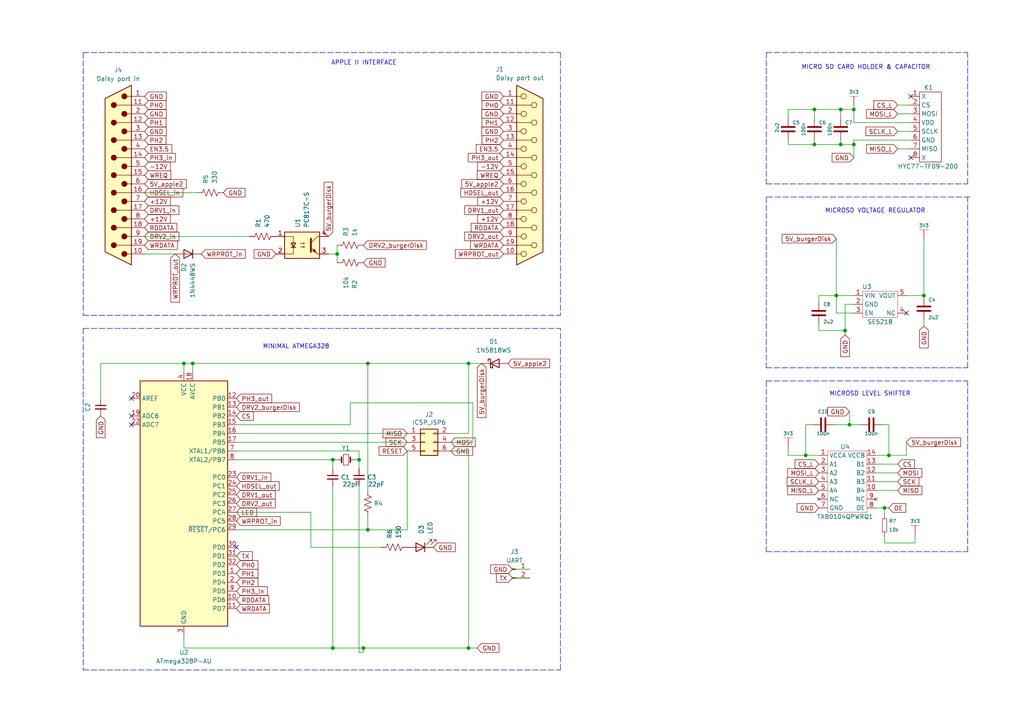
<source format=kicad_sch>
(kicad_sch (version 20250114) (generator "eeschema") (generator_version "9.0")
  (paper "A4")
  (title_block (title "DominoDisk - very small Apple II hard drive") (date "2026-01-28") (rev "v2") (company "Colin Leroy-Mira") (comment 1 "License: CC BY-SA"))
  (lib_symbols
    (symbol "Connector:Conn_01x02_Pin" (pin_names (offset 1.016) (hide yes))
      (property "Reference" "J" (at 0 2.54 0))
      (property "Value" "Conn_01x02_Pin" (at 0 -5.08 0))
      (symbol "Conn_01x02_Pin_1_1"
        (rectangle (start 0.8636 0.127) (end 0 -0.127) (stroke (width 0.1524)) (fill (type outline)))
        (rectangle (start 0.8636 -2.413) (end 0 -2.667) (stroke (width 0.1524)) (fill (type outline)))
        (polyline (pts (xy 1.27 0) (xy 0.8636 0)) (stroke (width 0.1524)))
        (polyline (pts (xy 1.27 -2.54) (xy 0.8636 -2.54)) (stroke (width 0.1524)))
        (pin passive line (at 5.08 0 180) (length 3.81) (name "Pin_1") (number "1"))
        (pin passive line (at 5.08 -2.54 180) (length 3.81) (name "Pin_2") (number "2"))
      )
    )
    (symbol "Connector_Generic:Conn_02x03_Odd_Even" (pin_names (offset 1.016) (hide yes))
      (property "Reference" "J" (at 1.27 5.08 0))
      (property "Value" "Conn_02x03_Odd_Even" (at 1.27 -5.08 0))
      (symbol "Conn_02x03_Odd_Even_1_1"
        (rectangle (start -1.27 3.81) (end 3.81 -3.81) (stroke (width 0.254)) (fill (type background)))
        (rectangle (start -1.27 2.667) (end 0 2.413) (stroke (width 0.1524)))
        (rectangle (start -1.27 0.127) (end 0 -0.127) (stroke (width 0.1524)))
        (rectangle (start -1.27 -2.413) (end 0 -2.667) (stroke (width 0.1524)))
        (rectangle (start 3.81 2.667) (end 2.54 2.413) (stroke (width 0.1524)))
        (rectangle (start 3.81 0.127) (end 2.54 -0.127) (stroke (width 0.1524)))
        (rectangle (start 3.81 -2.413) (end 2.54 -2.667) (stroke (width 0.1524)))
        (pin passive line (at -5.08 2.54 0) (length 3.81) (name "Pin_1") (number "1"))
        (pin passive line (at -5.08 0 0) (length 3.81) (name "Pin_3") (number "3"))
        (pin passive line (at -5.08 -2.54 0) (length 3.81) (name "Pin_5") (number "5"))
        (pin passive line (at 7.62 2.54 180) (length 3.81) (name "Pin_2") (number "2"))
        (pin passive line (at 7.62 0 180) (length 3.81) (name "Pin_4") (number "4"))
        (pin passive line (at 7.62 -2.54 180) (length 3.81) (name "Pin_6") (number "6"))
      )
    )
    (symbol "Device:C_Small" (pin_numbers (hide yes)) (pin_names (offset 0.254) (hide yes))
      (property "Reference" "C" (at 0.254 1.778 0))
      (property "Value" "C_Small" (at 0.254 -2.032 0))
      (symbol "C_Small_0_1"
        (polyline (pts (xy -1.524 0.508) (xy 1.524 0.508)) (stroke (width 0.3048)))
        (polyline (pts (xy -1.524 -0.508) (xy 1.524 -0.508)) (stroke (width 0.3302)))
      )
      (symbol "C_Small_1_1"
        (pin passive line (at 0 2.54 270) (length 2.032) (name "~") (number "1"))
        (pin passive line (at 0 -2.54 90) (length 2.032) (name "~") (number "2"))
      )
    )
    (symbol "Device:Crystal_Small" (pin_numbers (hide yes)) (pin_names (offset 1.016) (hide yes))
      (property "Reference" "Y" (at 0 2.54 0))
      (property "Value" "Crystal_Small" (at 0 -2.54 0))
      (symbol "Crystal_Small_0_1"
        (polyline (pts (xy -1.27 -0.762) (xy -1.27 0.762)) (stroke (width 0.381)))
        (rectangle (start -0.762 -1.524) (end 0.762 1.524))
        (polyline (pts (xy 1.27 -0.762) (xy 1.27 0.762)) (stroke (width 0.381)))
      )
      (symbol "Crystal_Small_1_1"
        (pin passive line (at -2.54 0 0) (length 1.27) (name "1") (number "1"))
        (pin passive line (at 2.54 0 180) (length 1.27) (name "2") (number "2"))
      )
    )
    (symbol "Device:LED" (pin_numbers (hide yes)) (pin_names (offset 1.016) (hide yes))
      (property "Reference" "D" (at 0 2.54 0))
      (property "Value" "LED" (at 0 -2.54 0))
      (symbol "LED_0_1"
        (polyline (pts (xy -3.048 -0.762) (xy -4.572 -2.286) (xy -3.81 -2.286) (xy -4.572 -2.286) (xy -4.572 -1.524)))
        (polyline (pts (xy -1.778 -0.762) (xy -3.302 -2.286) (xy -2.54 -2.286) (xy -3.302 -2.286) (xy -3.302 -1.524)))
        (polyline (pts (xy -1.27 0) (xy 1.27 0)))
        (polyline (pts (xy -1.27 -1.27) (xy -1.27 1.27)) (stroke (width 0.254)))
        (polyline (pts (xy 1.27 -1.27) (xy 1.27 1.27) (xy -1.27 0) (xy 1.27 -1.27)) (stroke (width 0.254)))
      )
      (symbol "LED_1_1"
        (pin passive line (at -3.81 0 0) (length 2.54) (name "K") (number "1"))
        (pin passive line (at 3.81 0 180) (length 2.54) (name "A") (number "2"))
      )
    )
    (symbol "Device:R_US" (pin_numbers (hide yes)) (pin_names (offset 0))
      (property "Reference" "R" (at 2.54 0 90))
      (property "Value" "R_US" (at -2.54 0 90))
      (symbol "R_US_0_1"
        (polyline (pts (xy 0 2.286) (xy 0 2.54)))
        (polyline (pts (xy 0 2.286) (xy 1.016 1.905) (xy 0 1.524) (xy -1.016 1.143) (xy 0 0.762)))
        (polyline (pts (xy 0 0.762) (xy 1.016 0.381) (xy 0 0) (xy -1.016 -0.381) (xy 0 -0.762)))
        (polyline (pts (xy 0 -0.762) (xy 1.016 -1.143) (xy 0 -1.524) (xy -1.016 -1.905) (xy 0 -2.286)))
        (polyline (pts (xy 0 -2.286) (xy 0 -2.54)))
      )
      (symbol "R_US_1_1"
        (pin passive line (at 0 3.81 270) (length 1.27) (name "~") (number "1"))
        (pin passive line (at 0 -3.81 90) (length 1.27) (name "~") (number "2"))
      )
    )
    (symbol "Diode:1N4448" (pin_numbers (hide yes)) (pin_names (hide yes))
      (property "Reference" "D" (at 0 2.54 0))
      (property "Value" "1N4448" (at 0 -2.54 0))
      (symbol "1N4448_0_1"
        (polyline (pts (xy -1.27 1.27) (xy -1.27 -1.27)) (stroke (width 0.254)))
        (polyline (pts (xy 1.27 1.27) (xy 1.27 -1.27) (xy -1.27 0) (xy 1.27 1.27)) (stroke (width 0.254)))
        (polyline (pts (xy 1.27 0) (xy -1.27 0)))
      )
      (symbol "1N4448_1_1"
        (pin passive line (at -3.81 0 0) (length 2.54) (name "K") (number "1"))
        (pin passive line (at 3.81 0 180) (length 2.54) (name "A") (number "2"))
      )
    )
    (symbol "Diode:1N5818" (pin_numbers (hide yes)) (pin_names (offset 1.016) (hide yes))
      (property "Reference" "D" (at 0 2.54 0))
      (property "Value" "1N5818" (at 0 -2.54 0))
      (symbol "1N5818_0_1"
        (polyline (pts (xy -1.905 0.635) (xy -1.905 1.27) (xy -1.27 1.27) (xy -1.27 -1.27) (xy -0.635 -1.27) (xy -0.635 -0.635)) (stroke (width 0.254)))
        (polyline (pts (xy 1.27 1.27) (xy 1.27 -1.27) (xy -1.27 0) (xy 1.27 1.27)) (stroke (width 0.254)))
        (polyline (pts (xy 1.27 0) (xy -1.27 0)))
      )
      (symbol "1N5818_1_1"
        (pin passive line (at -3.81 0 0) (length 2.54) (name "K") (number "1"))
        (pin passive line (at 3.81 0 180) (length 2.54) (name "A") (number "2"))
      )
    )
    (symbol "Isolator:PC817" (pin_names (offset 1.016))
      (property "Reference" "U" (at -5.08 5.08 0))
      (property "Value" "PC817" (at 0 5.08 0))
      (symbol "PC817_0_1"
        (rectangle (start -5.08 3.81) (end 5.08 -3.81) (stroke (width 0.254)) (fill (type background)))
        (polyline (pts (xy -5.08 2.54) (xy -2.54 2.54) (xy -2.54 -0.635)))
        (polyline (pts (xy -3.175 -0.635) (xy -1.905 -0.635)) (stroke (width 0.254)))
        (polyline (pts (xy -2.54 -0.635) (xy -2.54 -2.54) (xy -5.08 -2.54)))
        (polyline (pts (xy -2.54 -0.635) (xy -3.175 0.635) (xy -1.905 0.635) (xy -2.54 -0.635)) (stroke (width 0.254)))
        (polyline (pts (xy -0.508 0.508) (xy 0.762 0.508) (xy 0.381 0.381) (xy 0.381 0.635) (xy 0.762 0.508)))
        (polyline (pts (xy -0.508 -0.508) (xy 0.762 -0.508) (xy 0.381 -0.635) (xy 0.381 -0.381) (xy 0.762 -0.508)))
        (polyline (pts (xy 2.54 1.905) (xy 2.54 -1.905) (xy 2.54 -1.905)) (stroke (width 0.508)))
        (polyline (pts (xy 2.54 0.635) (xy 4.445 2.54)))
        (polyline (pts (xy 3.048 -1.651) (xy 3.556 -1.143) (xy 4.064 -2.159) (xy 3.048 -1.651) (xy 3.048 -1.651)) (fill (type outline)))
        (polyline (pts (xy 4.445 2.54) (xy 5.08 2.54)))
        (polyline (pts (xy 4.445 -2.54) (xy 2.54 -0.635)) (fill (type outline)))
        (polyline (pts (xy 4.445 -2.54) (xy 5.08 -2.54)))
      )
      (symbol "PC817_1_1"
        (pin passive line (at -7.62 2.54 0) (length 2.54) (name "~") (number "1"))
        (pin passive line (at -7.62 -2.54 0) (length 2.54) (name "~") (number "2"))
        (pin passive line (at 7.62 2.54 180) (length 2.54) (name "~") (number "4"))
        (pin passive line (at 7.62 -2.54 180) (length 2.54) (name "~") (number "3"))
      )
    )
    (symbol "MCU_Microchip_ATmega:ATmega328P-AU"
      (property "Reference" "U3" (at 0 -43.18 0))
      (property "Value" "ATmega328P-AU" (at 0 -45.72 0))
      (symbol "ATmega328P-AU_0_1"
        (rectangle (start -12.7 -35.56) (end 12.7 35.56) (stroke (width 0.254)) (fill (type background)))
      )
      (symbol "ATmega328P-AU_1_1"
        (pin passive line (at -15.24 30.48 0) (length 2.54) (name "AREF") (number "20"))
        (pin input line (at -15.24 25.4 0) (length 2.54) (name "ADC6") (number "19"))
        (pin input line (at -15.24 22.86 0) (length 2.54) (name "ADC7") (number "22"))
        (pin power_in line (at 0 38.1 270) (length 2.54) (name "VCC") (number "4"))
        (pin passive line (at 0 38.1 270) (length 2.54) (hide yes) (name "VCC") (number "6"))
        (pin passive line (at 0 -38.1 90) (length 2.54) (hide yes) (name "GND") (number "21"))
        (pin passive line (at 0 -38.1 90) (length 2.54) (name "GND") (number "3"))
        (pin passive line (at 0 -38.1 90) (length 2.54) (hide yes) (name "GND") (number "5"))
        (pin power_in line (at 2.54 38.1 270) (length 2.54) (name "AVCC") (number "18"))
        (pin tri_state line (at 15.24 30.48 180) (length 2.54) (name "PB0") (number "12"))
        (pin tri_state line (at 15.24 27.94 180) (length 2.54) (name "PB1") (number "13"))
        (pin tri_state line (at 15.24 25.4 180) (length 2.54) (name "PB2") (number "14"))
        (pin tri_state line (at 15.24 22.86 180) (length 2.54) (name "PB3") (number "15"))
        (pin tri_state line (at 15.24 20.32 180) (length 2.54) (name "PB4") (number "16"))
        (pin tri_state line (at 15.24 17.78 180) (length 2.54) (name "PB5") (number "17"))
        (pin tri_state line (at 15.24 15.24 180) (length 2.54) (name "XTAL1/PB6") (number "7"))
        (pin tri_state line (at 15.24 12.7 180) (length 2.54) (name "XTAL2/PB7") (number "8"))
        (pin tri_state line (at 15.24 7.62 180) (length 2.54) (name "PC0") (number "23"))
        (pin tri_state line (at 15.24 5.08 180) (length 2.54) (name "PC1") (number "24"))
        (pin tri_state line (at 15.24 2.54 180) (length 2.54) (name "PC2") (number "25"))
        (pin tri_state line (at 15.24 0 180) (length 2.54) (name "PC3") (number "26"))
        (pin tri_state line (at 15.24 -2.54 180) (length 2.54) (name "PC4") (number "27"))
        (pin tri_state line (at 15.24 -5.08 180) (length 2.54) (name "PC5") (number "28"))
        (pin tri_state line (at 15.24 -7.62 180) (length 2.54) (name "~{RESET}/PC6") (number "29"))
        (pin tri_state line (at 15.24 -12.7 180) (length 2.54) (name "PD0") (number "30"))
        (pin tri_state line (at 15.24 -15.24 180) (length 2.54) (name "PD1") (number "31"))
        (pin tri_state line (at 15.24 -17.78 180) (length 2.54) (name "PD2") (number "32"))
        (pin tri_state line (at 15.24 -20.32 180) (length 2.54) (name "PD3") (number "1"))
        (pin tri_state line (at 15.24 -22.86 180) (length 2.54) (name "PD4") (number "2"))
        (pin tri_state line (at 15.24 -25.4 180) (length 2.54) (name "PD5") (number "9"))
        (pin tri_state line (at 15.24 -27.94 180) (length 2.54) (name "PD6") (number "10"))
        (pin tri_state line (at 15.24 -30.48 180) (length 2.54) (name "PD7") (number "11"))
      )
    )
    (symbol "db19:DB19_Female" (pin_names (offset 1.016) (hide yes))
      (property "Reference" "J" (at 0 26.67 0))
      (property "Value" "DB19_Female" (at 0 -27.94 0))
      (symbol "DB19_Female_0_1"
        (polyline (pts (xy -3.81 26.035) (xy 3.81 22.225) (xy 3.81 -22.225) (xy -3.81 -26.035) (xy -3.81 26.035)) (stroke (width 0.254)) (fill (type background)))
        (polyline (pts (xy -3.81 22.86) (xy -2.54 22.86)))
        (polyline (pts (xy -3.81 20.32) (xy 0.508 20.32)))
        (polyline (pts (xy -3.81 17.78) (xy -2.54 17.78)))
        (polyline (pts (xy -3.81 15.24) (xy 0.508 15.24)))
        (polyline (pts (xy -3.81 12.7) (xy -2.54 12.7)))
        (polyline (pts (xy -3.81 10.16) (xy 0.508 10.16)))
        (polyline (pts (xy -3.81 7.62) (xy -2.54 7.62)))
        (polyline (pts (xy -3.81 5.08) (xy 0.508 5.08)))
        (polyline (pts (xy -3.81 2.54) (xy -2.54 2.54)))
        (polyline (pts (xy -3.81 0) (xy 0.508 0)))
        (polyline (pts (xy -3.81 -2.54) (xy -2.54 -2.54)))
        (polyline (pts (xy -3.81 -5.08) (xy 0.508 -5.08)))
        (polyline (pts (xy -3.81 -7.62) (xy -2.54 -7.62)))
        (polyline (pts (xy -3.81 -10.16) (xy 0.508 -10.16)))
        (polyline (pts (xy -3.81 -12.7) (xy -2.54 -12.7)))
        (polyline (pts (xy -3.81 -15.24) (xy 0.508 -15.24)))
        (polyline (pts (xy -3.81 -17.78) (xy -2.54 -17.78)))
        (polyline (pts (xy -3.81 -20.32) (xy 0.508 -20.32)))
        (polyline (pts (xy -3.81 -22.86) (xy -2.54 -22.86)))
        (circle (center -1.778 22.86) (radius 0.762))
        (circle (center -1.778 17.78) (radius 0.762))
        (circle (center -1.778 12.7) (radius 0.762))
        (circle (center -1.778 7.62) (radius 0.762))
        (circle (center -1.778 2.54) (radius 0.762))
        (circle (center -1.778 -2.54) (radius 0.762))
        (circle (center -1.778 -7.62) (radius 0.762))
        (circle (center -1.778 -12.7) (radius 0.762))
        (circle (center -1.778 -17.78) (radius 0.762))
        (circle (center -1.778 -22.86) (radius 0.762))
        (circle (center 1.27 20.32) (radius 0.762))
        (circle (center 1.27 15.24) (radius 0.762))
        (circle (center 1.27 10.16) (radius 0.762))
        (circle (center 1.27 5.08) (radius 0.762))
        (circle (center 1.27 0) (radius 0.762))
        (circle (center 1.27 -5.08) (radius 0.762))
        (circle (center 1.27 -10.16) (radius 0.762))
        (circle (center 1.27 -15.24) (radius 0.762))
        (circle (center 1.27 -20.32) (radius 0.762))
      )
      (symbol "DB19_Female_1_1"
        (pin passive line (at -7.62 22.86 0) (length 3.81) (name "1") (number "1"))
        (pin passive line (at -7.62 20.32 0) (length 3.81) (name "P11") (number "11"))
        (pin passive line (at -7.62 17.78 0) (length 3.81) (name "2") (number "2"))
        (pin passive line (at -7.62 15.24 0) (length 3.81) (name "P12") (number "12"))
        (pin passive line (at -7.62 12.7 0) (length 3.81) (name "3") (number "3"))
        (pin passive line (at -7.62 10.16 0) (length 3.81) (name "P13") (number "13"))
        (pin passive line (at -7.62 7.62 0) (length 3.81) (name "4") (number "4"))
        (pin passive line (at -7.62 5.08 0) (length 3.81) (name "P14") (number "14"))
        (pin passive line (at -7.62 2.54 0) (length 3.81) (name "5") (number "5"))
        (pin passive line (at -7.62 0 0) (length 3.81) (name "P15") (number "15"))
        (pin passive line (at -7.62 -2.54 0) (length 3.81) (name "6") (number "6"))
        (pin passive line (at -7.62 -5.08 0) (length 3.81) (name "P16") (number "16"))
        (pin passive line (at -7.62 -7.62 0) (length 3.81) (name "7") (number "7"))
        (pin passive line (at -7.62 -10.16 0) (length 3.81) (name "P17") (number "17"))
        (pin passive line (at -7.62 -12.7 0) (length 3.81) (name "8") (number "8"))
        (pin passive line (at -7.62 -15.24 0) (length 3.81) (name "P18") (number "18"))
        (pin passive line (at -7.62 -17.78 0) (length 3.81) (name "9") (number "9"))
        (pin passive line (at -7.62 -20.32 0) (length 3.81) (name "P19") (number "19"))
        (pin passive line (at -7.62 -22.86 0) (length 3.81) (name "10") (number "10"))
      )
    )
    (symbol "db19:DB19_Male" (pin_names (offset 1.016) (hide yes))
      (property "Reference" "J" (at 0 26.035 0))
      (property "Value" "DB19_Male" (at 0 -27.305 0))
      (symbol "DB19_Male_0_1"
        (polyline (pts (xy -3.81 22.86) (xy -2.54 22.86)))
        (polyline (pts (xy -3.81 20.32) (xy 0.508 20.32)))
        (polyline (pts (xy -3.81 17.78) (xy -2.54 17.78)))
        (polyline (pts (xy -3.81 15.24) (xy 0.508 15.24)))
        (polyline (pts (xy -3.81 12.7) (xy -2.54 12.7)))
        (polyline (pts (xy -3.81 10.16) (xy 0.508 10.16)))
        (polyline (pts (xy -3.81 7.62) (xy -2.54 7.62)))
        (polyline (pts (xy -3.81 5.08) (xy 0.508 5.08)))
        (polyline (pts (xy -3.81 2.54) (xy -2.54 2.54)))
        (polyline (pts (xy -3.81 0) (xy 0.508 0)))
        (polyline (pts (xy -3.81 -2.54) (xy -2.54 -2.54)))
        (polyline (pts (xy -3.81 -5.08) (xy 0.508 -5.08)))
        (polyline (pts (xy -3.81 -7.62) (xy -2.54 -7.62)))
        (polyline (pts (xy -3.81 -10.16) (xy 0.508 -10.16)))
        (polyline (pts (xy -3.81 -12.7) (xy -2.54 -12.7)))
        (polyline (pts (xy -3.81 -15.24) (xy 0.508 -15.24)))
        (polyline (pts (xy -3.81 -17.78) (xy -2.54 -17.78)))
        (polyline (pts (xy -3.81 -20.32) (xy 0.508 -20.32)))
        (polyline (pts (xy -3.81 -22.86) (xy -2.54 -22.86)))
        (polyline (pts (xy -3.81 -26.035) (xy 3.81 -22.225) (xy 3.81 22.225) (xy -3.81 26.035) (xy -3.81 -26.035)) (stroke (width 0.254)) (fill (type background)))
        (circle (center -1.778 22.86) (radius 0.762) (fill (type outline)))
        (circle (center -1.778 17.78) (radius 0.762) (fill (type outline)))
        (circle (center -1.778 12.7) (radius 0.762) (fill (type outline)))
        (circle (center -1.778 7.62) (radius 0.762) (fill (type outline)))
        (circle (center -1.778 2.54) (radius 0.762) (fill (type outline)))
        (circle (center -1.778 -2.54) (radius 0.762) (fill (type outline)))
        (circle (center -1.778 -7.62) (radius 0.762) (fill (type outline)))
        (circle (center -1.778 -12.7) (radius 0.762) (fill (type outline)))
        (circle (center -1.778 -17.78) (radius 0.762) (fill (type outline)))
        (circle (center -1.778 -22.86) (radius 0.762) (fill (type outline)))
        (circle (center 1.27 20.32) (radius 0.762) (fill (type outline)))
        (circle (center 1.27 15.24) (radius 0.762) (fill (type outline)))
        (circle (center 1.27 10.16) (radius 0.762) (fill (type outline)))
        (circle (center 1.27 5.08) (radius 0.762) (fill (type outline)))
        (circle (center 1.27 0) (radius 0.762) (fill (type outline)))
        (circle (center 1.27 -5.08) (radius 0.762) (fill (type outline)))
        (circle (center 1.27 -10.16) (radius 0.762) (fill (type outline)))
        (circle (center 1.27 -15.24) (radius 0.762) (fill (type outline)))
        (circle (center 1.27 -20.32) (radius 0.762) (fill (type outline)))
      )
      (symbol "DB19_Male_1_1"
        (pin passive line (at -7.62 22.86 0) (length 3.81) (name "10") (number "10"))
        (pin passive line (at -7.62 20.32 0) (length 3.81) (name "P19") (number "19"))
        (pin passive line (at -7.62 17.78 0) (length 3.81) (name "9") (number "9"))
        (pin passive line (at -7.62 15.24 0) (length 3.81) (name "P18") (number "18"))
        (pin passive line (at -7.62 12.7 0) (length 3.81) (name "8") (number "8"))
        (pin passive line (at -7.62 10.16 0) (length 3.81) (name "P17") (number "17"))
        (pin passive line (at -7.62 7.62 0) (length 3.81) (name "7") (number "7"))
        (pin passive line (at -7.62 5.08 0) (length 3.81) (name "P16") (number "16"))
        (pin passive line (at -7.62 2.54 0) (length 3.81) (name "6") (number "6"))
        (pin passive line (at -7.62 0 0) (length 3.81) (name "P15") (number "15"))
        (pin passive line (at -7.62 -2.54 0) (length 3.81) (name "5") (number "5"))
        (pin passive line (at -7.62 -5.08 0) (length 3.81) (name "P14") (number "14"))
        (pin passive line (at -7.62 -7.62 0) (length 3.81) (name "4") (number "4"))
        (pin passive line (at -7.62 -10.16 0) (length 3.81) (name "P13") (number "13"))
        (pin passive line (at -7.62 -12.7 0) (length 3.81) (name "3") (number "3"))
        (pin passive line (at -7.62 -15.24 0) (length 3.81) (name "P12") (number "12"))
        (pin passive line (at -7.62 -17.78 0) (length 3.81) (name "2") (number "2"))
        (pin passive line (at -7.62 -20.32 0) (length 3.81) (name "P11") (number "11"))
        (pin passive line (at -7.62 -22.86 0) (length 3.81) (name "1") (number "1"))
      )
    )
    (symbol "e-radionica.com schematics:0603C" (pin_numbers (hide yes)) (pin_names (offset 0.002))
      (property "Reference" "C" (at -0.635 3.175 0))
      (property "Value" "0603C" (at 0 -3.175 0))
      (symbol "0603C_0_1"
        (polyline (pts (xy -0.635 1.905) (xy -0.635 -1.905)) (stroke (width 0.5)))
        (polyline (pts (xy 0.635 1.905) (xy 0.635 -1.905)) (stroke (width 0.5)))
      )
      (symbol "0603C_1_1"
        (pin passive line (at -3.175 0 0) (length 2.54) (name "~") (number "1"))
        (pin passive line (at 3.175 0 180) (length 2.54) (name "~") (number "2"))
      )
    )
    (symbol "e-radionica.com schematics:0603R" (pin_numbers (hide yes)) (pin_names (offset 0.254))
      (property "Reference" "R" (at -1.905 1.905 0))
      (property "Value" "0603R" (at 0 -1.905 0))
      (symbol "0603R_0_1"
        (rectangle (start -1.905 0.635) (end -1.8796 -0.635) (stroke (width 0.1)))
        (rectangle (start -1.905 0.635) (end 1.905 0.6096) (stroke (width 0.1)))
        (rectangle (start -1.905 -0.635) (end 1.905 -0.6604) (stroke (width 0.1)))
        (rectangle (start 1.905 0.635) (end 1.9304 -0.635) (stroke (width 0.1)))
      )
      (symbol "0603R_1_1"
        (pin passive line (at -3.175 0 0) (length 1.27) (name "~") (number "1"))
        (pin passive line (at 3.175 0 180) (length 1.27) (name "~") (number "2"))
      )
    )
    (symbol "e-radionica.com schematics:3V3" (power) (pin_names (offset 0))
      (property "Value" "3V3" (at 0 3.556 0))
      (symbol "3V3_0_1"
        (polyline (pts (xy -1.27 2.54) (xy 1.27 2.54)) (stroke (width 0.0006)))
        (polyline (pts (xy 0 0) (xy 0 2.54)))
      )
      (symbol "3V3_1_1"
        (pin power_in line (at 0 0 90) (length 0) (hide yes) (name "3V3") (number "1"))
      )
    )
    (symbol "e-radionica.com schematics:HYC77-TF09-200"
      (property "Reference" "K" (at 0 11.43 0))
      (property "Value" "HYC77-TF09-200" (at 0 -11.43 0))
      (symbol "HYC77-TF09-200_0_1"
        (rectangle (start -2.54 10.16) (end 3.81 -10.16) (stroke (width 0.1524)))
      )
      (symbol "HYC77-TF09-200_1_1"
        (pin bidirectional line (at -5.08 8.89 0) (length 2.54) (name "X") (number "1"))
        (pin bidirectional line (at -5.08 6.35 0) (length 2.54) (name "CS") (number "2"))
        (pin bidirectional line (at -5.08 3.81 0) (length 2.54) (name "MOSI") (number "3"))
        (pin bidirectional line (at -5.08 1.27 0) (length 2.54) (name "VDD") (number "4"))
        (pin bidirectional line (at -5.08 -1.27 0) (length 2.54) (name "SCLK") (number "5"))
        (pin bidirectional line (at -5.08 -3.81 0) (length 2.54) (name "GND") (number "6"))
        (pin bidirectional line (at -5.08 -6.35 0) (length 2.54) (name "MISO") (number "7"))
        (pin bidirectional line (at -5.08 -8.89 0) (length 2.54) (name "X") (number "8"))
      )
    )
    (symbol "e-radionica.com schematics:SE5218"
      (property "Reference" "U2" (at -3.81 5.08 0))
      (property "Value" "SE5218" (at 0 -5.08 0))
      (symbol "SE5218_0_1"
        (rectangle (start -5.08 3.81) (end 5.08 -3.81) (stroke (width 0.0006)))
      )
      (symbol "SE5218_1_1"
        (pin power_in line (at -7.62 2.54 0) (length 2.54) (name "VIN") (number "1"))
        (pin passive line (at -7.62 0 0) (length 2.54) (name "GND") (number "2"))
        (pin input line (at -7.62 -2.54 0) (length 2.54) (name "EN") (number "3"))
        (pin power_out line (at 7.62 2.54 180) (length 2.54) (name "VOUT") (number "5"))
        (pin passive line (at 7.62 -2.54 180) (length 2.54) (name "NC") (number "4"))
      )
    )
    (symbol "e-radionica.com schematics:TXB0104QPWRQ1"
      (property "Reference" "U" (at 0 8.89 0))
      (property "Value" "TXB0104QPWRQ1" (at 0 -11.43 0))
      (symbol "TXB0104QPWRQ1_0_1"
        (rectangle (start -5.08 7.62) (end 6.35 -10.16) (stroke (width 0.0006)))
      )
      (symbol "TXB0104QPWRQ1_1_1"
        (pin power_in line (at -7.62 6.35 0) (length 2.54) (name "VCCA") (number "1"))
        (pin passive line (at -7.62 3.81 0) (length 2.54) (name "A1") (number "2"))
        (pin passive line (at -7.62 1.27 0) (length 2.54) (name "A2") (number "3"))
        (pin passive line (at -7.62 -1.27 0) (length 2.54) (name "A3") (number "4"))
        (pin passive line (at -7.62 -3.81 0) (length 2.54) (name "A4") (number "5"))
        (pin no_connect line (at -7.62 -6.35 0) (length 2.54) (name "NC") (number "6"))
        (pin passive line (at -7.62 -8.89 0) (length 2.54) (name "GND") (number "7"))
        (pin power_out line (at 8.89 6.35 180) (length 2.54) (name "VCCB") (number "14"))
        (pin passive line (at 8.89 3.81 180) (length 2.54) (name "B1") (number "13"))
        (pin passive line (at 8.89 1.27 180) (length 2.54) (name "B2") (number "12"))
        (pin passive line (at 8.89 -1.27 180) (length 2.54) (name "B3") (number "11"))
        (pin passive line (at 8.89 -3.81 180) (length 2.54) (name "B4") (number "10"))
        (pin no_connect line (at 8.89 -6.35 180) (length 2.54) (name "NC") (number "9"))
        (pin passive line (at 8.89 -8.89 180) (length 2.54) (name "OE") (number "8"))
      )
    )
  )
  (text "MICROSD LEVEL SHIFTER" (at 240.538 115.062 0) (effects (font (size 1.27 1.27)) (justify left bottom)))
  (text "MINIMAL ATMEGA328" (at 76.2 101.346 0) (effects (font (size 1.27 1.27)) (justify left bottom)))
  (text "MICROSD VOLTAGE REGULATOR\n" (at 239.268 61.976 0) (effects (font (size 1.27 1.27)) (justify left bottom)))
  (text "APPLE II INTERFACE" (at 96.012 19.05 0) (effects (font (size 1.27 1.27)) (justify left bottom)))
  (text "MICRO SD CARD HOLDER & CAPACITOR" (at 232.41 20.32 0) (effects (font (size 1.27 1.27)) (justify left bottom)))
  (junction (at 135.89 105.41))
  (junction (at 247.65 41.91) (diameter 0.9144))
  (junction (at 245.11 95.885) (diameter 0.9144))
  (junction (at 233.68 132.08))
  (junction (at 257.81 132.08) (diameter 0.9144))
  (junction (at 55.88 105.41))
  (junction (at 53.34 105.41))
  (junction (at 104.14 133.35))
  (junction (at 247.65 31.75) (diameter 0.9144))
  (junction (at 267.97 85.725) (diameter 0.9144))
  (junction (at 236.22 31.75) (diameter 0.9144))
  (junction (at 236.22 41.91) (diameter 0.9144))
  (junction (at 97.79 73.66))
  (junction (at 242.57 85.725) (diameter 0.9144))
  (junction (at 105.41 187.96))
  (junction (at 106.68 153.67))
  (junction (at 96.52 187.96))
  (junction (at 256.54 147.32) (diameter 0.9144))
  (junction (at 106.68 105.41))
  (junction (at 243.84 41.91) (diameter 0.9144))
  (junction (at 135.89 187.96))
  (junction (at 96.52 133.35))
  (junction (at 246.38 123.19))
  (junction (at 243.84 31.75) (diameter 0.9144))
  (no_connect (at 38.1 115.57))
  (no_connect (at 264.16 45.72))
  (no_connect (at 38.1 123.19))
  (no_connect (at 38.1 120.65))
  (no_connect (at 262.89 90.805))
  (no_connect (at 264.16 27.94))
  (no_connect (at 68.58 158.75))
  (wire (pts (xy 96.52 133.35) (xy 96.52 135.89)))
  (polyline (pts (xy 222.25 15.24) (xy 222.25 53.34)) (stroke (width 0) (type dash)))
  (polyline (pts (xy 222.25 160.02) (xy 280.67 160.02)) (stroke (width 0) (type dash)))
  (wire (pts (xy 245.11 95.885) (xy 245.11 97.155)))
  (wire (pts (xy 237.49 95.885) (xy 245.11 95.885)))
  (wire (pts (xy 247.65 41.91) (xy 247.65 45.72)))
  (polyline (pts (xy 222.25 106.68) (xy 280.67 106.68)) (stroke (width 0) (type dash)))
  (wire (pts (xy 237.49 93.98) (xy 237.49 95.885)))
  (wire (pts (xy 97.79 76.2) (xy 97.79 73.66)))
  (wire (pts (xy 255.905 123.19) (xy 257.81 123.19)))
  (wire (pts (xy 243.84 31.75) (xy 247.65 31.75)))
  (wire (pts (xy 254 137.16) (xy 260.35 137.16)))
  (wire (pts (xy 68.58 125.73) (xy 118.11 125.73)))
  (wire (pts (xy 237.49 87.63) (xy 237.49 85.725)))
  (polyline (pts (xy 24.13 95.25) (xy 24.13 194.31)) (stroke (width 0) (type dash)))
  (wire (pts (xy 241.935 123.19) (xy 246.38 123.19)))
  (wire (pts (xy 247.65 90.805) (xy 242.57 90.805)))
  (wire (pts (xy 55.88 107.95) (xy 55.88 105.41)))
  (wire (pts (xy 254 139.7) (xy 260.35 139.7)))
  (wire (pts (xy 247.65 31.75) (xy 247.65 35.56)))
  (wire (pts (xy 55.88 105.41) (xy 106.68 105.41)))
  (wire (pts (xy 137.16 116.84) (xy 137.16 128.27)))
  (wire (pts (xy 53.34 107.95) (xy 53.34 105.41)))
  (polyline (pts (xy 222.25 110.49) (xy 222.25 160.02)) (stroke (width 0) (type dash)))
  (wire (pts (xy 96.52 187.96) (xy 105.41 187.96)))
  (polyline (pts (xy 222.25 110.49) (xy 280.67 110.49)) (stroke (width 0) (type dash)))
  (polyline (pts (xy 280.67 53.34) (xy 280.67 15.24)) (stroke (width 0) (type dash)))
  (polyline (pts (xy 24.13 15.24) (xy 24.13 91.44)) (stroke (width 0) (type dash)))
  (wire (pts (xy 228.6 31.75) (xy 236.22 31.75)))
  (wire (pts (xy 254 142.24) (xy 260.35 142.24)))
  (wire (pts (xy 135.89 125.73) (xy 135.89 105.41)))
  (wire (pts (xy 96.52 140.97) (xy 96.52 187.96)))
  (wire (pts (xy 68.58 153.67) (xy 106.68 153.67)))
  (wire (pts (xy 233.68 123.19) (xy 235.585 123.19)))
  (wire (pts (xy 104.14 189.23) (xy 105.41 189.23)))
  (polyline (pts (xy 24.13 194.31) (xy 162.56 194.31)) (stroke (width 0) (type dash)))
  (wire (pts (xy 41.91 68.58) (xy 72.39 68.58)))
  (wire (pts (xy 68.58 148.59) (xy 90.17 148.59)))
  (wire (pts (xy 50.8 73.66) (xy 41.91 73.66)))
  (wire (pts (xy 256.54 147.32) (xy 256.54 149.225)))
  (polyline (pts (xy 280.67 106.68) (xy 280.67 57.15)) (stroke (width 0) (type dash)))
  (wire (pts (xy 95.25 73.66) (xy 97.79 73.66)))
  (wire (pts (xy 247.65 35.56) (xy 264.16 35.56)))
  (wire (pts (xy 104.14 130.81) (xy 68.58 130.81)))
  (wire (pts (xy 228.6 132.08) (xy 233.68 132.08)))
  (wire (pts (xy 96.52 133.35) (xy 97.79 133.35)))
  (wire (pts (xy 104.14 133.35) (xy 104.14 135.89)))
  (wire (pts (xy 260.35 43.18) (xy 264.16 43.18)))
  (wire (pts (xy 256.54 155.575) (xy 256.54 157.48)))
  (polyline (pts (xy 222.25 15.24) (xy 280.67 15.24)) (stroke (width 0) (type dash)))
  (wire (pts (xy 135.89 187.96) (xy 138.43 187.96)))
  (wire (pts (xy 254 132.08) (xy 257.81 132.08)))
  (wire (pts (xy 246.38 119.38) (xy 246.38 123.19)))
  (wire (pts (xy 256.54 147.32) (xy 257.81 147.32)))
  (wire (pts (xy 118.11 128.27) (xy 68.58 128.27)))
  (wire (pts (xy 130.81 125.73) (xy 135.89 125.73)))
  (wire (pts (xy 260.35 38.1) (xy 264.16 38.1)))
  (wire (pts (xy 254 134.62) (xy 260.35 134.62)))
  (wire (pts (xy 242.57 90.805) (xy 242.57 85.725)))
  (wire (pts (xy 242.57 69.215) (xy 242.57 85.725)))
  (wire (pts (xy 228.6 34.29) (xy 228.6 31.75)))
  (wire (pts (xy 267.97 69.215) (xy 267.97 85.725)))
  (wire (pts (xy 96.52 133.35) (xy 68.58 133.35)))
  (wire (pts (xy 97.79 73.66) (xy 97.79 71.12)))
  (wire (pts (xy 267.97 92.71) (xy 267.97 94.615)))
  (wire (pts (xy 228.6 41.91) (xy 236.22 41.91)))
  (wire (pts (xy 106.68 153.67) (xy 118.11 153.67)))
  (wire (pts (xy 233.68 123.19) (xy 233.68 132.08)))
  (wire (pts (xy 247.65 40.64) (xy 264.16 40.64)))
  (wire (pts (xy 262.89 85.725) (xy 267.97 85.725)))
  (wire (pts (xy 243.84 31.75) (xy 243.84 34.29)))
  (polyline (pts (xy 162.56 15.24) (xy 162.56 91.44)) (stroke (width 0) (type dash)))
  (wire (pts (xy 254 147.32) (xy 256.54 147.32)))
  (wire (pts (xy 130.81 130.81) (xy 135.89 130.81)))
  (wire (pts (xy 53.34 187.96) (xy 96.52 187.96)))
  (wire (pts (xy 106.68 105.41) (xy 106.68 142.24)))
  (wire (pts (xy 262.89 132.08) (xy 257.81 132.08)))
  (wire (pts (xy 236.22 31.75) (xy 243.84 31.75)))
  (wire (pts (xy 106.68 149.86) (xy 106.68 153.67)))
  (wire (pts (xy 246.38 123.19) (xy 249.555 123.19)))
  (wire (pts (xy 247.65 30.48) (xy 247.65 31.75)))
  (wire (pts (xy 267.97 85.725) (xy 267.97 86.36)))
  (wire (pts (xy 243.84 41.91) (xy 247.65 41.91)))
  (polyline (pts (xy 24.13 95.25) (xy 162.56 95.25)) (stroke (width 0) (type dash)))
  (polyline (pts (xy 162.56 194.31) (xy 162.56 95.25)) (stroke (width 0) (type dash)))
  (wire (pts (xy 236.22 41.91) (xy 243.84 41.91)))
  (wire (pts (xy 236.22 40.64) (xy 236.22 41.91)))
  (polyline (pts (xy 222.25 57.15) (xy 222.25 106.68)) (stroke (width 0) (type dash)))
  (wire (pts (xy 148.59 167.64) (xy 153.67 167.64)))
  (wire (pts (xy 247.65 85.725) (xy 242.57 85.725)))
  (wire (pts (xy 118.11 153.67) (xy 118.11 130.81)))
  (wire (pts (xy 105.41 187.96) (xy 135.89 187.96)))
  (wire (pts (xy 247.65 88.265) (xy 245.11 88.265)))
  (wire (pts (xy 101.6 116.84) (xy 101.6 123.19)))
  (wire (pts (xy 106.68 105.41) (xy 135.89 105.41)))
  (wire (pts (xy 257.81 123.19) (xy 257.81 132.08)))
  (wire (pts (xy 41.91 55.88) (xy 57.15 55.88)))
  (wire (pts (xy 104.14 133.35) (xy 104.14 130.81)))
  (wire (pts (xy 102.87 133.35) (xy 104.14 133.35)))
  (wire (pts (xy 262.89 128.27) (xy 262.89 132.08)))
  (wire (pts (xy 237.49 85.725) (xy 242.57 85.725)))
  (wire (pts (xy 53.34 184.15) (xy 53.34 187.96)))
  (wire (pts (xy 101.6 123.19) (xy 68.58 123.19)))
  (wire (pts (xy 137.16 128.27) (xy 130.81 128.27)))
  (wire (pts (xy 233.68 132.08) (xy 237.49 132.08)))
  (polyline (pts (xy 222.25 53.34) (xy 280.67 53.34)) (stroke (width 0) (type dash)))
  (wire (pts (xy 243.84 40.64) (xy 243.84 41.91)))
  (wire (pts (xy 105.41 189.23) (xy 105.41 187.96)))
  (wire (pts (xy 256.54 157.48) (xy 265.43 157.48)))
  (wire (pts (xy 260.35 33.02) (xy 264.16 33.02)))
  (wire (pts (xy 245.11 88.265) (xy 245.11 95.885)))
  (wire (pts (xy 265.43 157.48) (xy 265.43 154.94)))
  (wire (pts (xy 104.14 140.97) (xy 104.14 189.23)))
  (polyline (pts (xy 280.67 160.02) (xy 280.67 110.49)) (stroke (width 0) (type dash)))
  (wire (pts (xy 53.34 105.41) (xy 55.88 105.41)))
  (wire (pts (xy 247.65 40.64) (xy 247.65 41.91)))
  (wire (pts (xy 135.89 105.41) (xy 139.7 105.41)))
  (wire (pts (xy 228.6 129.54) (xy 228.6 132.08)))
  (wire (pts (xy 135.89 130.81) (xy 135.89 187.96)))
  (polyline (pts (xy 24.13 15.24) (xy 162.56 15.24)) (stroke (width 0) (type dash)))
  (wire (pts (xy 101.6 116.84) (xy 137.16 116.84)))
  (wire (pts (xy 236.22 31.75) (xy 236.22 34.29)))
  (wire (pts (xy 29.21 105.41) (xy 53.34 105.41)))
  (wire (pts (xy 90.17 158.75) (xy 110.49 158.75)))
  (polyline (pts (xy 24.13 91.44) (xy 162.56 91.44)) (stroke (width 0) (type dash)))
  (wire (pts (xy 90.17 148.59) (xy 90.17 158.75)))
  (polyline (pts (xy 281.305 57.15) (xy 222.25 57.15)) (stroke (width 0) (type dash)))
  (wire (pts (xy 228.6 40.64) (xy 228.6 41.91)))
  (wire (pts (xy 29.21 115.57) (xy 29.21 105.41)))
  (wire (pts (xy 148.59 165.1) (xy 153.67 165.1)))
  (wire (pts (xy 260.35 30.48) (xy 264.16 30.48)))
  (global_label "+12V" (shape input) (at 146.05 63.5 180) (property "Intersheetrefs" "${INTERSHEET_REFS}" (effects (hide yes))))
  (global_label "5V_burgerDisk" (shape input) (at 95.25 68.58 90) (property "Intersheetrefs" "${INTERSHEET_REFS}" (effects (hide yes))))
  (global_label "WRDATA" (shape input) (at 146.05 71.12 180) (property "Intersheetrefs" "${INTERSHEET_REFS}" (effects (hide yes))))
  (global_label "OE" (shape input) (at 257.81 147.32 0) (property "Intersheetrefs" "${INTERSHEET_REFS}" (effects (hide yes))))
  (global_label "MOSI" (shape input) (at 130.81 128.27 0) (property "Intersheetrefs" "${INTERSHEET_REFS}" (effects (hide yes))))
  (global_label "PH0" (shape input) (at 41.91 30.48 0) (property "Intersheetrefs" "${INTERSHEET_REFS}" (effects (hide yes))))
  (global_label "GND" (shape input) (at 247.65 45.72 180) (property "Intersheetrefs" "${INTERSHEET_REFS}" (effects (hide yes))))
  (global_label "+12V" (shape input) (at 41.91 63.5 0) (property "Intersheetrefs" "${INTERSHEET_REFS}" (effects (hide yes))))
  (global_label "RDDATA" (shape input) (at 68.58 173.99 0) (property "Intersheetrefs" "${INTERSHEET_REFS}" (effects (hide yes))))
  (global_label "-12V" (shape input) (at 146.05 48.26 180) (property "Intersheetrefs" "${INTERSHEET_REFS}" (effects (hide yes))))
  (global_label "DRV2_out" (shape input) (at 146.05 68.58 180) (property "Intersheetrefs" "${INTERSHEET_REFS}" (effects (hide yes))))
  (global_label "GND" (shape input) (at 146.05 38.1 180) (property "Intersheetrefs" "${INTERSHEET_REFS}" (effects (hide yes))))
  (global_label "WRPROT_in" (shape input) (at 58.42 73.66 0) (property "Intersheetrefs" "${INTERSHEET_REFS}" (effects (hide yes))))
  (global_label "PH2" (shape input) (at 41.91 40.64 0) (property "Intersheetrefs" "${INTERSHEET_REFS}" (effects (hide yes))))
  (global_label "DRV1_out" (shape input) (at 68.58 143.51 0) (property "Intersheetrefs" "${INTERSHEET_REFS}" (effects (hide yes))))
  (global_label "DRV2_burgerDisk" (shape input) (at 105.41 71.12 0) (property "Intersheetrefs" "${INTERSHEET_REFS}" (effects (hide yes))))
  (global_label "RDDATA" (shape input) (at 41.91 66.04 0) (property "Intersheetrefs" "${INTERSHEET_REFS}" (effects (hide yes))))
  (global_label "GND" (shape input) (at 64.77 55.88 0) (property "Intersheetrefs" "${INTERSHEET_REFS}" (effects (hide yes))))
  (global_label "SCK" (shape input) (at 260.35 139.7 0) (property "Intersheetrefs" "${INTERSHEET_REFS}" (effects (hide yes))))
  (global_label "PH1" (shape input) (at 68.58 166.37 0) (property "Intersheetrefs" "${INTERSHEET_REFS}" (effects (hide yes))))
  (global_label "HDSEL_out" (shape input) (at 146.05 55.88 180) (property "Intersheetrefs" "${INTERSHEET_REFS}" (effects (hide yes))))
  (global_label "LED" (shape input) (at 68.58 148.59 0) (property "Intersheetrefs" "${INTERSHEET_REFS}" (effects (hide yes))))
  (global_label "CS_L" (shape input) (at 260.35 30.48 180) (property "Intersheetrefs" "${INTERSHEET_REFS}" (effects (hide yes))))
  (global_label "DRV1_in" (shape input) (at 68.58 138.43 0) (property "Intersheetrefs" "${INTERSHEET_REFS}" (effects (hide yes))))
  (global_label "SCK" (shape input) (at 118.11 128.27 180) (property "Intersheetrefs" "${INTERSHEET_REFS}" (effects (hide yes))))
  (global_label "CS" (shape input) (at 68.58 120.65 0) (property "Intersheetrefs" "${INTERSHEET_REFS}" (effects (hide yes))))
  (global_label "EN3.5" (shape input) (at 41.91 43.18 0) (property "Intersheetrefs" "${INTERSHEET_REFS}" (effects (hide yes))))
  (global_label "5V_apple2" (shape input) (at 41.91 53.34 0) (property "Intersheetrefs" "${INTERSHEET_REFS}" (effects (hide yes))))
  (global_label "PH0" (shape input) (at 68.58 163.83 0) (property "Intersheetrefs" "${INTERSHEET_REFS}" (effects (hide yes))))
  (global_label "-12V" (shape input) (at 41.91 48.26 0) (property "Intersheetrefs" "${INTERSHEET_REFS}" (effects (hide yes))))
  (global_label "HDSEL_in" (shape input) (at 41.91 55.88 0) (property "Intersheetrefs" "${INTERSHEET_REFS}" (effects (hide yes))))
  (global_label "PH0" (shape input) (at 146.05 30.48 180) (property "Intersheetrefs" "${INTERSHEET_REFS}" (effects (hide yes))))
  (global_label "PH2" (shape input) (at 68.58 168.91 0) (property "Intersheetrefs" "${INTERSHEET_REFS}" (effects (hide yes))))
  (global_label "5V_burgerDisk" (shape input) (at 262.89 128.27 0) (property "Intersheetrefs" "${INTERSHEET_REFS}" (effects (hide yes))))
  (global_label "DRV2_out" (shape input) (at 68.58 146.05 0) (property "Intersheetrefs" "${INTERSHEET_REFS}" (effects (hide yes))))
  (global_label "GND" (shape input) (at 105.41 76.2 0) (property "Intersheetrefs" "${INTERSHEET_REFS}" (effects (hide yes))))
  (global_label "PH3_in" (shape input) (at 68.58 171.45 0) (property "Intersheetrefs" "${INTERSHEET_REFS}" (effects (hide yes))))
  (global_label "GND" (shape input) (at 41.91 27.94 0) (property "Intersheetrefs" "${INTERSHEET_REFS}" (effects (hide yes))))
  (global_label "RDDATA" (shape input) (at 146.05 66.04 180) (property "Intersheetrefs" "${INTERSHEET_REFS}" (effects (hide yes))))
  (global_label "MOSI_L" (shape input) (at 237.49 137.16 180) (property "Intersheetrefs" "${INTERSHEET_REFS}" (effects (hide yes))))
  (global_label "GND" (shape input) (at 41.91 33.02 0) (property "Intersheetrefs" "${INTERSHEET_REFS}" (effects (hide yes))))
  (global_label "DRV2_burgerDisk" (shape input) (at 68.58 118.11 0) (property "Intersheetrefs" "${INTERSHEET_REFS}" (effects (hide yes))))
  (global_label "PH1" (shape input) (at 41.91 35.56 0) (property "Intersheetrefs" "${INTERSHEET_REFS}" (effects (hide yes))))
  (global_label "GND" (shape input) (at 146.05 27.94 180) (property "Intersheetrefs" "${INTERSHEET_REFS}" (effects (hide yes))))
  (global_label "5V_apple2" (shape input) (at 146.05 53.34 180) (property "Intersheetrefs" "${INTERSHEET_REFS}" (effects (hide yes))))
  (global_label "TX" (shape input) (at 148.59 167.64 180) (property "Intersheetrefs" "${INTERSHEET_REFS}" (effects (hide yes))))
  (global_label "HDSEL_out" (shape input) (at 68.58 140.97 0) (property "Intersheetrefs" "${INTERSHEET_REFS}" (effects (hide yes))))
  (global_label "GND" (shape input) (at 146.05 33.02 180) (property "Intersheetrefs" "${INTERSHEET_REFS}" (effects (hide yes))))
  (global_label "MISO" (shape input) (at 118.11 125.73 180) (property "Intersheetrefs" "${INTERSHEET_REFS}" (effects (hide yes))))
  (global_label "TX" (shape input) (at 68.58 161.29 0) (property "Intersheetrefs" "${INTERSHEET_REFS}" (effects (hide yes))))
  (global_label "5V_burgerDisk" (shape input) (at 242.57 69.215 180) (property "Intersheetrefs" "${INTERSHEET_REFS}" (effects (hide yes))))
  (global_label "WRPROT_out" (shape input) (at 50.8 73.66 270) (property "Intersheetrefs" "${INTERSHEET_REFS}" (effects (hide yes))))
  (global_label "MISO_L" (shape input) (at 237.49 142.24 180) (property "Intersheetrefs" "${INTERSHEET_REFS}" (effects (hide yes))))
  (global_label "PH3_in" (shape input) (at 41.91 45.72 0) (property "Intersheetrefs" "${INTERSHEET_REFS}" (effects (hide yes))))
  (global_label "WREQ" (shape input) (at 146.05 50.8 180) (property "Intersheetrefs" "${INTERSHEET_REFS}" (effects (hide yes))))
  (global_label "DRV1_out" (shape input) (at 146.05 60.96 180) (property "Intersheetrefs" "${INTERSHEET_REFS}" (effects (hide yes))))
  (global_label "PH2" (shape input) (at 146.05 40.64 180) (property "Intersheetrefs" "${INTERSHEET_REFS}" (effects (hide yes))))
  (global_label "GND" (shape input) (at 29.21 120.65 270) (property "Intersheetrefs" "${INTERSHEET_REFS}" (effects (hide yes))))
  (global_label "WRDATA" (shape input) (at 41.91 71.12 0) (property "Intersheetrefs" "${INTERSHEET_REFS}" (effects (hide yes))))
  (global_label "CS" (shape input) (at 260.35 134.62 0) (property "Intersheetrefs" "${INTERSHEET_REFS}" (effects (hide yes))))
  (global_label "+12V" (shape input) (at 41.91 58.42 0) (property "Intersheetrefs" "${INTERSHEET_REFS}" (effects (hide yes))))
  (global_label "WRDATA" (shape input) (at 68.58 176.53 0) (property "Intersheetrefs" "${INTERSHEET_REFS}" (effects (hide yes))))
  (global_label "CS_L" (shape input) (at 237.49 134.62 180) (property "Intersheetrefs" "${INTERSHEET_REFS}" (effects (hide yes))))
  (global_label "PH1" (shape input) (at 146.05 35.56 180) (property "Intersheetrefs" "${INTERSHEET_REFS}" (effects (hide yes))))
  (global_label "DRV1_in" (shape input) (at 41.91 60.96 0) (property "Intersheetrefs" "${INTERSHEET_REFS}" (effects (hide yes))))
  (global_label "GND" (shape input) (at 246.38 119.38 180) (property "Intersheetrefs" "${INTERSHEET_REFS}" (effects (hide yes))))
  (global_label "PH3_out" (shape input) (at 68.58 115.57 0) (property "Intersheetrefs" "${INTERSHEET_REFS}" (effects (hide yes))))
  (global_label "EN3.5" (shape input) (at 146.05 43.18 180) (property "Intersheetrefs" "${INTERSHEET_REFS}" (effects (hide yes))))
  (global_label "SCLK_L" (shape input) (at 237.49 139.7 180) (property "Intersheetrefs" "${INTERSHEET_REFS}" (effects (hide yes))))
  (global_label "WREQ" (shape input) (at 41.91 50.8 0) (property "Intersheetrefs" "${INTERSHEET_REFS}" (effects (hide yes))))
  (global_label "GND" (shape input) (at 125.73 158.75 0) (property "Intersheetrefs" "${INTERSHEET_REFS}" (effects (hide yes))))
  (global_label "PH3_out" (shape input) (at 146.05 45.72 180) (property "Intersheetrefs" "${INTERSHEET_REFS}" (effects (hide yes))))
  (global_label "MISO_L" (shape input) (at 260.35 43.18 180) (property "Intersheetrefs" "${INTERSHEET_REFS}" (effects (hide yes))))
  (global_label "GND" (shape input) (at 41.91 38.1 0) (property "Intersheetrefs" "${INTERSHEET_REFS}" (effects (hide yes))))
  (global_label "5V_burgerDisk" (shape input) (at 139.7 105.41 270) (property "Intersheetrefs" "${INTERSHEET_REFS}" (effects (hide yes))))
  (global_label "MOSI" (shape input) (at 260.35 137.16 0) (property "Intersheetrefs" "${INTERSHEET_REFS}" (effects (hide yes))))
  (global_label "GND" (shape input) (at 245.11 97.155 270) (property "Intersheetrefs" "${INTERSHEET_REFS}" (effects (hide yes))))
  (global_label "5V_apple2" (shape input) (at 147.32 105.41 0) (property "Intersheetrefs" "${INTERSHEET_REFS}" (effects (hide yes))))
  (global_label "GND" (shape input) (at 237.49 147.32 180) (property "Intersheetrefs" "${INTERSHEET_REFS}" (effects (hide yes))))
  (global_label "WRPROT_in" (shape input) (at 68.58 151.13 0) (property "Intersheetrefs" "${INTERSHEET_REFS}" (effects (hide yes))))
  (global_label "GND" (shape input) (at 80.01 73.66 180) (property "Intersheetrefs" "${INTERSHEET_REFS}" (effects (hide yes))))
  (global_label "RESET" (shape input) (at 118.11 130.81 180) (property "Intersheetrefs" "${INTERSHEET_REFS}" (effects (hide yes))))
  (global_label "MOSI_L" (shape input) (at 260.35 33.02 180) (property "Intersheetrefs" "${INTERSHEET_REFS}" (effects (hide yes))))
  (global_label "+12V" (shape input) (at 146.05 58.42 180) (property "Intersheetrefs" "${INTERSHEET_REFS}" (effects (hide yes))))
  (global_label "MISO" (shape input) (at 260.35 142.24 0) (property "Intersheetrefs" "${INTERSHEET_REFS}" (effects (hide yes))))
  (global_label "SCLK_L" (shape input) (at 260.35 38.1 180) (property "Intersheetrefs" "${INTERSHEET_REFS}" (effects (hide yes))))
  (global_label "GND" (shape input) (at 130.81 130.81 0) (property "Intersheetrefs" "${INTERSHEET_REFS}" (effects (hide yes))))
  (global_label "WRPROT_out" (shape input) (at 146.05 73.66 180) (property "Intersheetrefs" "${INTERSHEET_REFS}" (effects (hide yes))))
  (global_label "GND" (shape input) (at 267.97 94.615 270) (property "Intersheetrefs" "${INTERSHEET_REFS}" (effects (hide yes))))
  (global_label "GND" (shape input) (at 148.59 165.1 180) (property "Intersheetrefs" "${INTERSHEET_REFS}" (effects (hide yes))))
  (global_label "DRV2_in" (shape input) (at 41.91 68.58 0) (property "Intersheetrefs" "${INTERSHEET_REFS}" (effects (hide yes))))
  (global_label "GND" (shape input) (at 138.43 187.96 0) (property "Intersheetrefs" "${INTERSHEET_REFS}" (effects (hide yes))))
  (symbol (lib_id "Device:Crystal_Small") (at 100.33 133.35 0) (unit 1)
    (property "Reference" "Y1" (at 100.33 129.9718 0))
    (property "Value" "16MHz" (effects (hide yes)))
    (property "Footprint" "Crystal:Crystal_SMD_HC49-SD" (effects (hide yes)))
    (property "LCSC" "C12676" (effects (hide yes)))
  )
  (symbol (lib_id "e-radionica.com schematics:0603C") (at 238.76 123.19 0) (unit 1)
    (property "Reference" "C10" (at 238.76 119.38 0) (effects (font (size 1 1))))
    (property "Value" "100n" (at 238.76 125.73 0) (effects (font (size 1 1))))
    (property "Footprint" "Capacitor_SMD:C_0603_1608Metric" (effects (hide yes)))
    (property "LCSC" "C1590" (effects (hide yes)))
  )
  (symbol (lib_id "Device:C_Small") (at 96.52 138.43 0) (unit 1)
    (property "Reference" "C1" (at 98.8568 138.43 0) (effects (justify left)))
    (property "Value" "22pF" (at 99.314 140.462 0) (effects (justify left)))
    (property "Footprint" "Capacitor_SMD:C_0603_1608Metric" (effects (hide yes)))
    (property "LCSC" "C1804" (effects (hide yes)))
  )
  (symbol (lib_id "Device:C_Small") (at 29.21 118.11 0) (unit 1)
    (property "Reference" "C2" (at 25.4 118.11 90))
    (property "Value" "100nF" (effects (hide yes)))
    (property "Footprint" "Capacitor_SMD:C_0603_1608Metric" (effects (hide yes)))
    (property "LCSC" "C28233" (effects (hide yes)))
  )
  (symbol (lib_id "Device:C_Small") (at 104.14 138.43 0) (unit 1)
    (property "Reference" "C3" (at 106.4768 138.43 0) (effects (justify left)))
    (property "Value" "22pF" (at 106.68 140.462 0) (effects (justify left)))
    (property "Footprint" "Capacitor_SMD:C_0603_1608Metric" (effects (hide yes)))
    (property "LCSC" "C1804" (effects (hide yes)))
  )
  (symbol (lib_id "Connector:Conn_01x02_Pin") (at 148.59 165.1 0) (unit 1)
    (property "Reference" "J3" (at 149.225 160.02 0))
    (property "Value" "UART" (at 149.225 162.56 0))
    (property "Footprint" "Connector_PinHeader_2.54mm:PinHeader_1x02_P2.54mm_Vertical" (effects (hide yes)))
    (property "LCSC" "C6273326" (effects (hide yes)))
  )
  (symbol (lib_id "db19:DB19_Female") (at 153.67 50.8 0) (unit 1)
    (property "Reference" "J1" (at 143.764 20.066 0) (effects (justify left)))
    (property "Value" "Daisy port out" (at 143.764 22.606 0) (effects (justify left)))
    (property "Footprint" "db19:DSUB-19_Female_EdgeMount_Pitch2.77mm" (effects (hide yes)))
  )
  (symbol (lib_id "Diode:1N4448") (at 54.61 73.66 180) (unit 1)
    (property "Reference" "D2" (at 53.34 76.2 90) (effects (justify left)))
    (property "Value" "1N4448WS" (at 55.88 76.2 90) (effects (justify left)))
    (property "Footprint" "Diode_SMD:D_SOD-323F" (effects (hide yes)))
    (property "Datasheet" "https://assets.nexperia.com/documents/data-sheet/1N4148_1N4448.pdf" (effects (hide yes)))
    (property "Sim.Device" "D" (effects (hide yes)))
    (property "Sim.Pins" "1=K 2=A" (effects (hide yes)))
    (property "LCSC" "C167101" (effects (hide yes)))
  )
  (symbol (lib_id "e-radionica.com schematics:3V3") (at 247.65 30.48 0) (unit 1)
    (property "Reference" "#PWR01" (effects (hide yes)))
    (property "Value" "3V3" (at 247.65 26.67 0) (effects (font (size 1 1))))
  )
  (symbol (lib_id "MCU_Microchip_ATmega:ATmega328P-AU") (at 53.34 146.05 0) (unit 1)
    (property "Reference" "U2" (at 53.34 189.23 0))
    (property "Value" "ATmega328P-AU" (at 53.34 191.77 0))
    (property "Footprint" "Package_QFP:TQFP-32_7x7mm_P0.8mm" (effects (hide yes)))
    (property "Datasheet" "http://ww1.microchip.com/downloads/en/DeviceDoc/ATmega328_P%20AVR%20MCU%20with%20picoPower%20Technology%20Data%20Sheet%2040001984A.pdf" (effects (hide yes)))
    (property "LCSC" "C14877" (effects (hide yes)))
  )
  (symbol (lib_id "e-radionica.com schematics:SE5218") (at 255.27 88.265 0) (unit 1)
    (property "Reference" "U3" (at 251.46 83.185 0))
    (property "Value" "SE5218" (at 255.27 93.345 0))
    (property "Footprint" "Package_TO_SOT_SMD:SOT-23-5" (effects (hide yes)))
    (property "LCSC" "C118233" (effects (hide yes)))
  )
  (symbol (lib_id "Device:R_US") (at 101.6 76.2 270) (unit 1)
    (property "Reference" "R2" (at 102.87 83.82 0) (effects (justify right)))
    (property "Value" "10k" (at 100.33 83.82 0) (effects (justify right)))
    (property "Footprint" "Resistor_SMD:R_0603_1608Metric" (effects (hide yes)))
    (property "LCSC" "C177337" (effects (hide yes)))
  )
  (symbol (lib_id "e-radionica.com schematics:0603C") (at 228.6 37.465 90) (unit 1)
    (property "Reference" "C5" (at 229.87 35.56 90) (effects (font (size 1 1)) (justify right)))
    (property "Value" "2u2" (at 225.425 35.56 0) (effects (font (size 1 1)) (justify right)))
    (property "Footprint" "Capacitor_SMD:C_0603_1608Metric" (effects (hide yes)))
    (property "LCSC" "C1607" (effects (hide yes)))
  )
  (symbol (lib_id "e-radionica.com schematics:0603C") (at 267.97 89.535 90) (unit 1)
    (property "Reference" "C4" (at 269.24 86.995 90) (effects (font (size 1 1)) (justify right)))
    (property "Value" "2u2" (at 269.24 92.075 90) (effects (font (size 1 1)) (justify right)))
    (property "Footprint" "Capacitor_SMD:C_0603_1608Metric" (effects (hide yes)))
    (property "LCSC" "C1607" (effects (hide yes)))
  )
  (symbol (lib_id "e-radionica.com schematics:3V3") (at 267.97 69.215 0) (unit 1)
    (property "Reference" "#PWR05" (effects (hide yes)))
    (property "Value" "3V3" (at 267.97 65.405 0) (effects (font (size 1 1))))
  )
  (symbol (lib_id "e-radionica.com schematics:HYC77-TF09-200") (at 269.24 36.83 0) (unit 1)
    (property "Reference" "K1" (at 267.97 25.3999 0) (effects (justify left)))
    (property "Value" "HYC77-TF09-200" (at 260.35 48.2599 0) (effects (justify left)))
    (property "Footprint" "MICROSD-HYC77-TF09-200:MICROSD-HYC77-TF09-200" (effects (hide yes)))
    (property "LCSC" "C341092" (effects (hide yes)))
  )
  (symbol (lib_id "e-radionica.com schematics:0603R") (at 256.54 152.4 90) (unit 1)
    (property "Reference" "R7" (at 257.81 151.13 90) (effects (font (size 1 1)) (justify right)))
    (property "Value" "10k" (at 257.81 153.67 90) (effects (font (size 1 1)) (justify right)))
    (property "Footprint" "Resistor_SMD:R_0603_1608Metric" (effects (hide yes)))
    (property "LCSC" "C177337" (effects (hide yes)))
  )
  (symbol (lib_id "Device:R_US") (at 106.68 146.05 0) (unit 1)
    (property "Reference" "R4" (at 108.4072 146.05 0) (effects (justify left)))
    (property "Value" "10K" (effects (hide yes)))
    (property "Footprint" "Resistor_SMD:R_0603_1608Metric" (effects (hide yes)))
    (property "LCSC" "C17414" (effects (hide yes)))
  )
  (symbol (lib_id "Device:R_US") (at 76.2 68.58 90) (unit 1)
    (property "Reference" "R1" (at 74.93 66.04 0) (effects (justify left)))
    (property "Value" "470" (at 77.47 66.04 0) (effects (justify left)))
    (property "Footprint" "Resistor_SMD:R_1206_3216Metric" (effects (hide yes)))
    (property "LCSC" "C137212" (effects (hide yes)))
  )
  (symbol (lib_id "Device:LED") (at 121.92 158.75 180) (unit 1)
    (property "Reference" "D3" (at 122.2375 154.94 90) (effects (justify right)))
    (property "Value" "LED" (at 124.7775 154.94 90) (effects (justify right)))
    (property "Footprint" "LED_SMD:LED_0603_1608Metric" (effects (hide yes)))
    (property "LCSC" "C2288" (effects (hide yes)))
  )
  (symbol (lib_id "e-radionica.com schematics:0603C") (at 236.22 37.465 90) (unit 1)
    (property "Reference" "C6" (at 237.49 35.56 90) (effects (font (size 1 1)) (justify right)))
    (property "Value" "100n" (at 233.045 35.56 0) (effects (font (size 1 1)) (justify right)))
    (property "Footprint" "Capacitor_SMD:C_0603_1608Metric" (effects (hide yes)))
    (property "LCSC" "C1590" (effects (hide yes)))
  )
  (symbol (lib_id "e-radionica.com schematics:0603C") (at 243.84 37.465 90) (unit 1)
    (property "Reference" "C7" (at 245.11 35.56 90) (effects (font (size 1 1)) (justify right)))
    (property "Value" "100n" (at 240.665 35.56 0) (effects (font (size 1 1)) (justify right)))
    (property "Footprint" "Capacitor_SMD:C_0603_1608Metric" (effects (hide yes)))
    (property "LCSC" "C1590" (effects (hide yes)))
  )
  (symbol (lib_id "Isolator:PC817") (at 87.63 71.12 0) (unit 1)
    (property "Reference" "U1" (at 86.3599 66.04 90) (effects (justify left)))
    (property "Value" "PC817C-S" (at 88.8999 66.04 90) (effects (justify left)))
    (property "Footprint" "Package_SO:SOP-4_3.8x4.1mm_P2.54mm" (effects (hide yes)))
    (property "Datasheet" "http://www.soselectronic.cz/a_info/resource/d/pc817.pdf" (effects (hide yes)))
    (property "LCSC" "C3008369" (effects (hide yes)))
  )
  (symbol (lib_id "Device:R_US") (at 114.3 158.75 270) (unit 1)
    (property "Reference" "R6" (at 113.03 156.21 0) (effects (justify right)))
    (property "Value" "150" (at 115.57 156.21 0) (effects (justify right)))
    (property "Footprint" "Resistor_SMD:R_0603_1608Metric" (effects (hide yes)))
    (property "LCSC" "C177290" (effects (hide yes)))
  )
  (symbol (lib_id "e-radionica.com schematics:3V3") (at 228.6 129.54 0) (unit 1)
    (property "Reference" "#PWR07" (effects (hide yes)))
    (property "Value" "3V3" (at 228.6 125.73 0) (effects (font (size 1 1))))
  )
  (symbol (lib_id "e-radionica.com schematics:0603C") (at 237.49 90.805 90) (unit 1)
    (property "Reference" "C8" (at 238.76 88.265 90) (effects (font (size 1 1)) (justify right)))
    (property "Value" "2u2" (at 238.76 93.345 90) (effects (font (size 1 1)) (justify right)))
    (property "Footprint" "Capacitor_SMD:C_0603_1608Metric" (effects (hide yes)))
    (property "LCSC" "C1607" (effects (hide yes)))
  )
  (symbol (lib_id "Connector_Generic:Conn_02x03_Odd_Even") (at 123.19 128.27 0) (unit 1)
    (property "Reference" "J2" (at 124.46 120.2182 0))
    (property "Value" "ICSP_ISP6" (at 124.46 122.5296 0))
    (property "Footprint" "Connector_IDC:IDC-Header_2x03_P2.54mm_Vertical_SMD" (effects (hide yes)))
    (property "LCSC" "C192301" (effects (hide yes)))
  )
  (symbol (lib_id "Device:R_US") (at 60.96 55.88 270) (unit 1)
    (property "Reference" "R5" (at 59.69 53.34 0) (effects (justify right)))
    (property "Value" "330" (at 62.23 53.34 0) (effects (justify right)))
    (property "Footprint" "Resistor_SMD:R_0603_1608Metric" (effects (hide yes)))
    (property "LCSC" "C177341" (effects (hide yes)))
  )
  (symbol (lib_id "Diode:1N5818") (at 143.51 105.41 0) (unit 1)
    (property "Reference" "D1" (at 143.1925 99.06 0))
    (property "Value" "1N5818WS" (at 143.1925 101.6 0))
    (property "Footprint" "Diode_SMD:D_SOD-323" (effects (hide yes)))
    (property "Datasheet" "http://www.vishay.com/docs/88525/1n5817.pdf" (effects (hide yes)))
    (property "LCSC" "C5240366" (effects (hide yes)))
  )
  (symbol (lib_id "e-radionica.com schematics:0603C") (at 252.73 123.19 0) (unit 1)
    (property "Reference" "C9" (at 252.73 119.38 0) (effects (font (size 1 1))))
    (property "Value" "100n" (at 252.73 125.73 0) (effects (font (size 1 1))))
    (property "Footprint" "Capacitor_SMD:C_0603_1608Metric" (effects (hide yes)))
    (property "LCSC" "C1590" (effects (hide yes)))
  )
  (symbol (lib_id "e-radionica.com schematics:3V3") (at 265.43 154.94 0) (unit 1)
    (property "Reference" "#PWR011" (effects (hide yes)))
    (property "Value" "3V3" (at 265.43 151.13 0) (effects (font (size 1 1))))
  )
  (symbol (lib_id "e-radionica.com schematics:TXB0104QPWRQ1") (at 245.11 138.43 0) (unit 1)
    (property "Reference" "U4" (at 245.11 129.54 0))
    (property "Value" "TXB0104QPWRQ1" (at 245.11 149.86 0))
    (property "Footprint" "Package_SO:TSSOP-14-1EP_4.4x5mm_P0.65mm" (effects (hide yes)))
    (property "LCSC" "C527571" (effects (hide yes)))
  )
  (symbol (lib_id "Device:R_US") (at 101.6 71.12 270) (unit 1)
    (property "Reference" "R3" (at 100.33 68.58 0) (effects (justify right)))
    (property "Value" "1k" (at 102.87 68.58 0) (effects (justify right)))
    (property "Footprint" "Resistor_SMD:R_0603_1608Metric" (effects (hide yes)))
    (property "LCSC" "C177343" (effects (hide yes)))
  )
  (symbol (lib_id "db19:DB19_Male") (at 34.29 50.8 180) (unit 1)
    (property "Reference" "J4" (at 34.29 20.32 0))
    (property "Value" "Daisy port in" (at 34.29 22.86 0))
    (property "Footprint" "db19:DSUB-19_Male_EdgeMount_Pitch2.77mm" (effects (hide yes)))
  )
)
</source>
